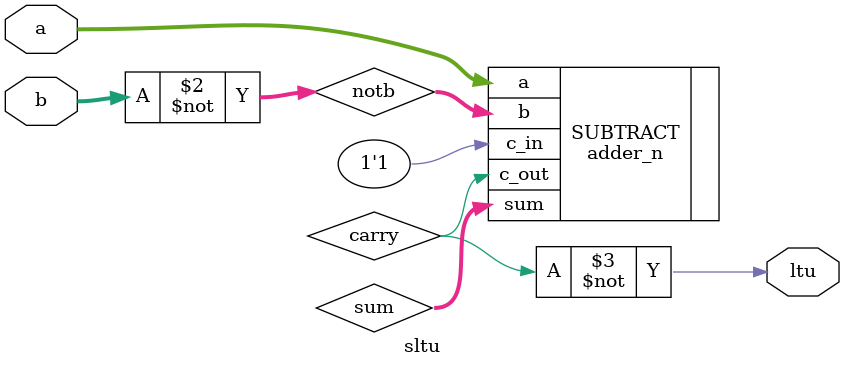
<source format=sv>
`timescale 1ns/1ps
module sltu(a, b, ltu);

parameter N = 32;

input wire unsigned [N-1:0] a, b;
output logic ltu;



logic [N-1:0] sum;
logic unsigned [N-1:0] notb;
logic carry;

adder_n #(.N(N)) SUBTRACT(.a(a), .b(notb), .c_in(1'b1), .sum(sum), .c_out(carry));

always_comb begin
  notb = ~b;
  ltu = ~carry;
end
endmodule
</source>
